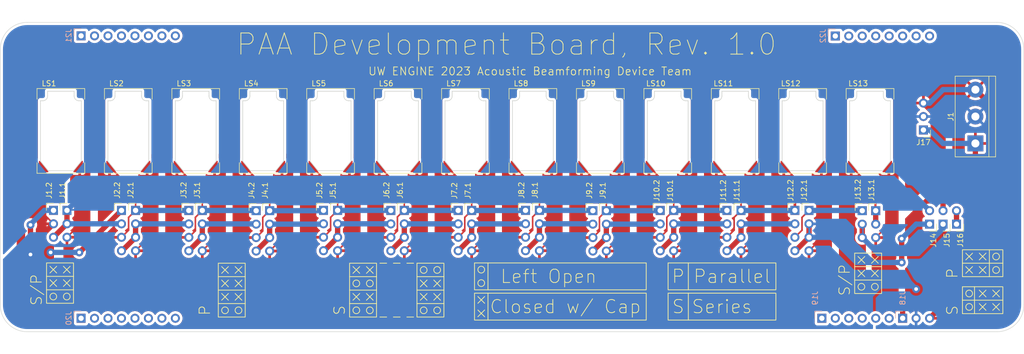
<source format=kicad_pcb>
(kicad_pcb (version 20211014) (generator pcbnew)
  (title_block (title "PAA Development Board") (date "2023-03-04") (rev "1.0") (company "Acoustic Beamforming Device Team"))
  (layers (0 "F.Cu" signal) (31 "B.Cu" signal) (34 "B.Paste" user) (35 "F.Paste" user) (36 "B.SilkS" user "B.Silkscreen") (37 "F.SilkS" user "F.Silkscreen") (38 "B.Mask" user) (39 "F.Mask" user) (44 "Edge.Cuts" user))
  (net 0 "")
  (net 1 "VinP_B1")
  (net 2 "VinN")
  (net 3 "A1_B2")
  (net 4 "E_LS1")
  (net 5 "A2_B3")
  (net 6 "E_LS2")
  (net 7 "A3_B4")
  (net 8 "E_LS3")
  (net 9 "A4_B5")
  (net 10 "E_LS4")
  (net 11 "A5_B6")
  (net 12 "E_LS5")
  (net 13 "A6_B7")
  (net 14 "E_LS6")
  (net 15 "A7_B8")
  (net 16 "E_LS7")
  (net 17 "A8_B9")
  (net 18 "E_LS8")
  (net 19 "A9_B10")
  (net 20 "E_LS9")
  (net 21 "A10_B11")
  (net 22 "E_LS10")
  (net 23 "A11_B12")
  (net 24 "E_LS11")
  (net 25 "E_LS12")
  (net 26 "A13")
  (net 27 "E_LS13")
  (net 28 "C1_D2")
  (net 29 "C2_D3")
  (net 30 "C3_D4")
  (net 31 "C4_D5")
  (net 32 "C5_D6")
  (net 33 "C6_D7")
  (net 34 "C7_D8")
  (net 35 "C8_D9")
  (net 36 "C9_D10")
  (net 37 "C10_D11")
  (net 38 "C11_D12")
  (net 39 "C12_D13")
  (net 40 "A12_B13")
  (net 41 "C13")
  (net 42 "Serial_Line")
  (net 73 "/GNDA")
  (footprint "EINGINE_Parts:PinHeader_1x03_P2.54mm_Vertical_NoCourtyard" (layer "F.Cu") (at 207.01 110.53)
    (fp_text reference "J13.1")
    (fp_text value "Conn_01x03_Male")
  )
  (footprint "EINGINE_Parts:Transducer_OWS_081528TA_2" (layer "F.Cu") (at 193.223326 95.47 90)
    (fp_text reference "LS12")
    (fp_text value "Speaker_Ultrasound")
    (fp_line (start 7.5 -2.5) (end 7.5 2.5) (layer "Edge.Cuts") (width 0.12))
    (fp_line (start 7.5 -2.5) (end 6.6 -2.5) (layer "Edge.Cuts") (width 0.12))
    (fp_line (start -5.7 -3.85) (end -7.5 -2.4) (layer "Edge.Cuts") (width 0.12))
    (fp_line (start -7.5 -2.4) (end -7.5 2.4) (layer "Edge.Cuts") (width 0.12))
    (fp_line (start -5.7 3.85) (end -7.5 2.4) (layer "Edge.Cuts") (width 0.12))
    (fp_line (start 5.7 3.85) (end -5.7 3.85) (layer "Edge.Cuts") (width 0.12))
    (fp_line (start 7.5 2.5) (end 6.6 2.5) (layer "Edge.Cuts") (width 0.12))
    (fp_line (start 5.7 -3.4) (end 5.7 -3.85) (layer "Edge.Cuts") (width 0.12))
    (fp_line (start 5.7 3.85) (end 5.7 3.4) (layer "Edge.Cuts") (width 0.12))
    (fp_line (start 5.7 -3.85) (end -5.7 -3.85) (layer "Edge.Cuts") (width 0.12))
    (fp_arc (start 5.7 3.4) (mid 5.963604 2.763604) (end 6.6 2.5) (layer "Edge.Cuts") (width 0.12))
    (fp_arc (start 6.6 -2.5) (mid 5.963604 -2.763604) (end 5.7 -3.4) (layer "Edge.Cuts") (width 0.12))
  )
  (footprint "EINGINE_Parts:PinHeader_1x04_P2.54mm_Vertical_NoCourtyard" (layer "F.Cu") (at 140.97 110.47)
    (fp_text reference "J8.2")
    (fp_text value "Conn_01x04_Male")
  )
  (footprint "EINGINE_Parts:Transducer_OWS_081528TA_2" (layer "F.Cu") (at 205.94 95.47 90)
    (fp_text reference "LS13")
    (fp_text value "Speaker_Ultrasound")
    (fp_line (start -5.7 3.85) (end -7.5 2.4) (layer "Edge.Cuts") (width 0.12))
    (fp_line (start 7.5 -2.5) (end 6.6 -2.5) (layer "Edge.Cuts") (width 0.12))
    (fp_line (start 5.7 -3.4) (end 5.7 -3.85) (layer "Edge.Cuts") (width 0.12))
    (fp_line (start 5.7 3.85) (end -5.7 3.85) (layer "Edge.Cuts") (width 0.12))
    (fp_line (start 7.5 2.5) (end 6.6 2.5) (layer "Edge.Cuts") (width 0.12))
    (fp_line (start -7.5 -2.4) (end -7.5 2.4) (layer "Edge.Cuts") (width 0.12))
    (fp_line (start 5.7 3.85) (end 5.7 3.4) (layer "Edge.Cuts") (width 0.12))
    (fp_line (start -5.7 -3.85) (end -7.5 -2.4) (layer "Edge.Cuts") (width 0.12))
    (fp_line (start 5.7 -3.85) (end -5.7 -3.85) (layer "Edge.Cuts") (width 0.12))
    (fp_line (start 7.5 -2.5) (end 7.5 2.5) (layer "Edge.Cuts") (width 0.12))
    (fp_arc (start 6.6 -2.5) (mid 5.963604 -2.763604) (end 5.7 -3.4) (layer "Edge.Cuts") (width 0.12))
    (fp_arc (start 5.7 3.4) (mid 5.963604 2.763604) (end 6.6 2.5) (layer "Edge.Cuts") (width 0.12))
  )
  (footprint "EINGINE_Parts:Transducer_OWS_081528TA_2" (layer "F.Cu") (at 180.50666 95.47 90)
    (fp_text reference "LS11")
    (fp_text value "Speaker_Ultrasound")
    (fp_line (start 5.7 -3.4) (end 5.7 -3.85) (layer "Edge.Cuts") (width 0.12))
    (fp_line (start 5.7 3.85) (end 5.7 3.4) (layer "Edge.Cuts") (width 0.12))
    (fp_line (start -5.7 -3.85) (end -7.5 -2.4) (layer "Edge.Cuts") (width 0.12))
    (fp_line (start 7.5 -2.5) (end 7.5 2.5) (layer "Edge.Cuts") (width 0.12))
    (fp_line (start 7.5 2.5) (end 6.6 2.5) (layer "Edge.Cuts") (width 0.12))
    (fp_line (start 5.7 -3.85) (end -5.7 -3.85) (layer "Edge.Cuts") (width 0.12))
    (fp_line (start -7.5 -2.4) (end -7.5 2.4) (layer "Edge.Cuts") (width 0.12))
    (fp_line (start -5.7 3.85) (end -7.5 2.4) (layer "Edge.Cuts") (width 0.12))
    (fp_line (start 7.5 -2.5) (end 6.6 -2.5) (layer "Edge.Cuts") (width 0.12))
    (fp_line (start 5.7 3.85) (end -5.7 3.85) (layer "Edge.Cuts") (width 0.12))
    (fp_arc (start 5.7 3.4) (mid 5.963604 2.763604) (end 6.6 2.5) (layer "Edge.Cuts") (width 0.12))
    (fp_arc (start 6.6 -2.5) (mid 5.963604 -2.763604) (end 5.7 -3.4) (layer "Edge.Cuts") (width 0.12))
  )
  (footprint "EINGINE_Parts:PinHeader_1x04_P2.54mm_Vertical_NoCourtyard" (layer "F.Cu") (at 102.87 110.47)
    (fp_text reference "J5.2")
    (fp_text value "Conn_01x04_Male")
  )
  (footprint "EINGINE_Parts:PinHeader_1x04_P2.54mm_Vertical_NoCourtyard" (layer "F.Cu") (at 105.53 110.47)
    (fp_text reference "J5.1")
    (fp_text value "Conn_01x04_Male")
  )
  (footprint "EINGINE_Parts:Transducer_OWS_081528TA_2" (layer "F.Cu") (at 167.789994 95.47 90)
    (fp_text reference "LS10")
    (fp_text value "Speaker_Ultrasound")
    (fp_line (start -5.7 -3.85) (end -7.5 -2.4) (layer "Edge.Cuts") (width 0.12))
    (fp_line (start 7.5 -2.5) (end 7.5 2.5) (layer "Edge.Cuts") (width 0.12))
    (fp_line (start 7.5 2.5) (end 6.6 2.5) (layer "Edge.Cuts") (width 0.12))
    (fp_line (start 5.7 -3.85) (end -5.7 -3.85) (layer "Edge.Cuts") (width 0.12))
    (fp_line (start 5.7 3.85) (end 5.7 3.4) (layer "Edge.Cuts") (width 0.12))
    (fp_line (start 5.7 3.85) (end -5.7 3.85) (layer "Edge.Cuts") (width 0.12))
    (fp_line (start -5.7 3.85) (end -7.5 2.4) (layer "Edge.Cuts") (width 0.12))
    (fp_line (start 5.7 -3.4) (end 5.7 -3.85) (layer "Edge.Cuts") (width 0.12))
    (fp_line (start 7.5 -2.5) (end 6.6 -2.5) (layer "Edge.Cuts") (width 0.12))
    (fp_line (start -7.5 -2.4) (end -7.5 2.4) (layer "Edge.Cuts") (width 0.12))
    (fp_arc (start 5.7 3.4) (mid 5.963604 2.763604) (end 6.6 2.5) (layer "Edge.Cuts") (width 0.12))
    (fp_arc (start 6.6 -2.5) (mid 5.963604 -2.763604) (end 5.7 -3.4) (layer "Edge.Cuts") (width 0.12))
  )
  (footprint "EINGINE_Parts:Transducer_OWS_081528TA_2" (layer "F.Cu") (at 78.773332 95.47 90)
    (fp_text reference "LS3")
    (fp_text value "Speaker_Ultrasound")
    (fp_line (start 7.5 2.5) (end 6.6 2.5) (layer "Edge.Cuts") (width 0.12))
    (fp_line (start -5.7 3.85) (end -7.5 2.4) (layer "Edge.Cuts") (width 0.12))
    (fp_line (start 7.5 -2.5) (end 7.5 2.5) (layer "Edge.Cuts") (width 0.12))
    (fp_line (start -7.5 -2.4) (end -7.5 2.4) (layer "Edge.Cuts") (width 0.12))
    (fp_line (start 5.7 -3.4) (end 5.7 -3.85) (layer "Edge.Cuts") (width 0.12))
    (fp_line (start 5.7 3.85) (end 5.7 3.4) (layer "Edge.Cuts") (width 0.12))
    (fp_line (start 5.7 -3.85) (end -5.7 -3.85) (layer "Edge.Cuts") (width 0.12))
    (fp_line (start -5.7 -3.85) (end -7.5 -2.4) (layer "Edge.Cuts") (width 0.12))
    (fp_line (start 7.5 -2.5) (end 6.6 -2.5) (layer "Edge.Cuts") (width 0.12))
    (fp_line (start 5.7 3.85) (end -5.7 3.85) (layer "Edge.Cuts") (width 0.12))
    (fp_arc (start 6.6 -2.5) (mid 5.963604 -2.763604) (end 5.7 -3.4) (layer "Edge.Cuts") (width 0.12))
    (fp_arc (start 5.7 3.4) (mid 5.963604 2.763604) (end 6.6 2.5) (layer "Edge.Cuts") (width 0.12))
  )
  (footprint "EINGINE_Parts:PinHeader_1x04_P2.54mm_Vertical_NoCourtyard" (layer "F.Cu") (at 118.11 110.48)
    (fp_text reference "J6.1")
    (fp_text value "Conn_01x04_Male")
  )
  (footprint "EINGINE_Parts:PinHeader_1x04_P2.54mm_Vertical_NoCourtyard" (layer "F.Cu") (at 67.43 110.48)
    (fp_text reference "J2.1")
    (fp_text value "Conn_01x04_Male")
  )
  (footprint "EINGINE_Parts:Transducer_OWS_081528TA_2" (layer "F.Cu") (at 91.489998 95.47 90)
    (fp_text reference "LS4")
    (fp_text value "Speaker_Ultrasound")
    (fp_line (start -7.5 -2.4) (end -7.5 2.4) (layer "Edge.Cuts") (width 0.12))
    (fp_line (start 5.7 3.85) (end 5.7 3.4) (layer "Edge.Cuts") (width 0.12))
    (fp_line (start 5.7 -3.85) (end -5.7 -3.85) (layer "Edge.Cuts") (width 0.12))
    (fp_line (start -5.7 3.85) (end -7.5 2.4) (layer "Edge.Cuts") (width 0.12))
    (fp_line (start 7.5 -2.5) (end 6.6 -2.5) (layer "Edge.Cuts") (width 0.12))
    (fp_line (start 5.7 3.85) (end -5.7 3.85) (layer "Edge.Cuts") (width 0.12))
    (fp_line (start 7.5 -2.5) (end 7.5 2.5) (layer "Edge.Cuts") (width 0.12))
    (fp_line (start 7.5 2.5) (end 6.6 2.5) (layer "Edge.Cuts") (width 0.12))
    (fp_line (start 5.7 -3.4) (end 5.7 -3.85) (layer "Edge.Cuts") (width 0.12))
    (fp_line (start -5.7 -3.85) (end -7.5 -2.4) (layer "Edge.Cuts") (width 0.12))
    (fp_arc (start 5.7 3.4) (mid 5.963604 2.763604) (end 6.6 2.5) (layer "Edge.Cuts") (width 0.12))
    (fp_arc (start 6.6 -2.5) (mid 5.963604 -2.763604) (end 5.7 -3.4) (layer "Edge.Cuts") (width 0.12))
  )
  (footprint "EINGINE_Parts:PinHeader_1x04_P2.54mm_Vertical_NoCourtyard" (layer "F.Cu") (at 178.95 110.48)
    (fp_text reference "J11.2")
    (fp_text value "Conn_01x04_Male")
  )
  (footprint "EINGINE_Parts:PinHeader_1x04_P2.54mm_Vertical_NoCourtyard" (layer "F.Cu") (at 168.91 110.48)
    (fp_text reference "J10.1")
    (fp_text value "Conn_01x04_Male")
  )
  (footprint "EINGINE_Parts:PinHeader_1x04_P2.54mm_Vertical_NoCourtyard" (layer "F.Cu") (at 156.21 110.53)
    (fp_text reference "J9.1")
    (fp_text value "Conn_01x04_Male")
  )
  (footprint "EINGINE_Parts:PinHeader_1x03_P2.54mm_Vertical_NoCourtyard" (layer "F.Cu") (at 51.95 110.47)
    (fp_text reference "J1.2")
    (fp_text value "Conn_01x03_Male")
  )
  (footprint "EINGINE_Parts:Transducer_OWS_081528TA_2" (layer "F.Cu") (at 53.34 95.47 90)
    (fp_text reference "LS1")
    (fp_text value "Speaker_Ultrasound")
    (fp_line (start -5.7 -3.85) (end -7.5 -2.4) (layer "Edge.Cuts") (width 0.12))
    (fp_line (start 5.7 3.85) (end -5.7 3.85) (layer "Edge.Cuts") (width 0.12))
    (fp_line (start -5.7 3.85) (end -7.5 2.4) (layer "Edge.Cuts") (width 0.12))
    (fp_line (start 5.7 -3.4) (end 5.7 -3.85) (layer "Edge.Cuts") (width 0.12))
    (fp_line (start 7.5 2.5) (end 6.6 2.5) (layer "Edge.Cuts") (width 0.12))
    (fp_line (start -7.5 -2.4) (end -7.5 2.4) (layer "Edge.Cuts") (width 0.12))
    (fp_line (start 5.7 3.85) (end 5.7 3.4) (layer "Edge.Cuts") (width 0.12))
    (fp_line (start 7.5 -2.5) (end 7.5 2.5) (layer "Edge.Cuts") (width 0.12))
    (fp_line (start 5.7 -3.85) (end -5.7 -3.85) (layer "Edge.Cuts") (width 0.12))
    (fp_line (start 7.5 -2.5) (end 6.6 -2.5) (layer "Edge.Cuts") (width 0.12))
    (fp_arc (start 5.7 3.4) (mid 5.963604 2.763604) (end 6.6 2.5) (layer "Edge.Cuts") (width 0.12))
    (fp_arc (start 6.6 -2.5) (mid 5.963604 -2.763604) (end 5.7 -3.4) (layer "Edge.Cuts") (width 0.12))
  )
  (footprint "EINGINE_Parts:PinHeader_1x04_P2.54mm_Vertical_NoCourtyard" (layer "F.Cu") (at 77.47 110.49)
    (fp_text reference "J3.2")
    (fp_text value "Conn_01x04_Male")
  )
  (footprint "EINGINE_Parts:Transducer_OWS_081528TA_2" (layer "F.Cu") (at 142.356662 95.47 90)
    (fp_text reference "LS8")
    (fp_text value "Speaker_Ultrasound")
    (fp_line (start -5.7 3.85) (end -7.5 2.4) (layer "Edge.Cuts") (width 0.12))
    (fp_line (start 5.7 3.85) (end -5.7 3.85) (layer "Edge.Cuts") (width 0.12))
    (fp_line (start 7.5 -2.5) (end 7.5 2.5) (layer "Edge.Cuts") (width 0.12))
    (fp_line (start 7.5 -2.5) (end 6.6 -2.5) (layer "Edge.Cuts") (width 0.12))
    (fp_line (start 5.7 3.85) (end 5.7 3.4) (layer "Edge.Cuts") (width 0.12))
    (fp_line (start -5.7 -3.85) (end -7.5 -2.4) (layer "Edge.Cuts") (width 0.12))
    (fp_line (start -7.5 -2.4) (end -7.5 2.4) (layer "Edge.Cuts") (width 0.12))
    (fp_line (start 5.7 -3.4) (end 5.7 -3.85) (layer "Edge.Cuts") (width 0.12))
    (fp_line (start 7.5 2.5) (end 6.6 2.5) (layer "Edge.Cuts") (width 0.12))
    (fp_line (start 5.7 -3.85) (end -5.7 -3.85) (layer "Edge.Cuts") (width 0.12))
    (fp_arc (start 5.7 3.4) (mid 5.963604 2.763604) (end 6.6 2.5) (layer "Edge.Cuts") (width 0.12))
    (fp_arc (start 6.6 -2.5) (mid 5.963604 -2.763604) (end 5.7 -3.4) (layer "Edge.Cuts") (width 0.12))
  )
  (footprint "EINGINE_Parts:PinHeader_1x02_P2.54mm_Vertical_NoCourtyard" (layer "F.Cu") (at 219.71 113.07 180)
    (fp_text reference "J15")
    (fp_text value "Conn_01x02_Male")
  )
  (footprint "EINGINE_Parts:PinHeader_1x04_P2.54mm_Vertical_NoCourtyard" (layer "F.Cu") (at 115.57 110.49)
    (fp_text reference "J6.2")
    (fp_text value "Conn_01x04_Male")
  )
  (footprint "EINGINE_Parts:PinHeader_1x03_P2.54mm_Vertical_NoCourtyard" (layer "F.Cu") (at 54.49 110.47)
    (fp_text reference "J1.1")
    (fp_text value "Conn_01x03_Male")
  )
  (footprint "EINGINE_Parts:PinHeader_1x04_P2.54mm_Vertical_NoCourtyard" (layer "F.Cu") (at 153.67 110.53)
    (fp_text reference "J9.2")
    (fp_text value "Conn_01x04_Male")
  )
  (footprint "EINGINE_Parts:PinHeader_1x04_P2.54mm_Vertical_NoCourtyard" (layer "F.Cu") (at 130.81 110.49)
    (fp_text reference "J7.1")
    (fp_text value "Conn_01x04_Male")
  )
  (footprint "EINGINE_Parts:PinHeader_1x04_P2.54mm_Vertical_NoCourtyard" (layer "F.Cu") (at 92.71 110.53)
    (fp_text reference "J4.1")
    (fp_text value "Conn_01x04_Male")
  )
  (footprint "EINGINE_Parts:PinHeader_1x04_P2.54mm_Vertical_NoCourtyard" (layer "F.Cu") (at 90.17 110.53)
    (fp_text reference "J4.2")
    (fp_text value "Conn_01x04_Male")
  )
  (footprint "EINGINE_Parts:PinHeader_1x04_P2.54mm_Vertical_NoCourtyard" (layer "F.Cu") (at 181.61 110.49)
    (fp_text reference "J11.1")
    (fp_text value "Conn_01x04_Male")
  )
  (footprint "EINGINE_Parts:PinHeader_1x04_P2.54mm_Vertical_NoCourtyard" (layer "F.Cu") (at 194.43 110.48)
    (fp_text reference "J12.1")
    (fp_text value "Conn_01x04_Male")
  )
  (footprint "EINGINE_Parts:PinHeader_1x04_P2.54mm_Vertical_NoCourtyard" (layer "F.Cu") (at 80.01 110.49)
    (fp_text reference "J3.1")
    (fp_text value "Conn_01x04_Male")
  )
  (footprint "EINGINE_Parts:Transducer_OWS_081528TA_2" (layer "F.Cu") (at 116.92333 95.47 90)
    (fp_text reference "LS6")
    (fp_text value "Speaker_Ultrasound")
    (fp_line (start -7.5 -2.4) (end -7.5 2.4) (layer "Edge.Cuts") (width 0.12))
    (fp_line (start 5.7 3.85) (end -5.7 3.85) (layer "Edge.Cuts") (width 0.12))
    (fp_line (start -5.7 3.85) (end -7.5 2.4) (layer "Edge.Cuts") (width 0.12))
    (fp_line (start 5.7 3.85) (end 5.7 3.4) (layer "Edge.Cuts") (width 0.12))
    (fp_line (start 7.5 -2.5) (end 7.5 2.5) (layer "Edge.Cuts") (width 0.12))
    (fp_line (start 5.7 -3.85) (end -5.7 -3.85) (layer "Edge.Cuts") (width 0.12))
    (fp_line (start 7.5 -2.5) (end 6.6 -2.5) (layer "Edge.Cuts") (width 0.12))
    (fp_line (start 7.5 2.5) (end 6.6 2.5) (layer "Edge.Cuts") (width 0.12))
    (fp_line (start -5.7 -3.85) (end -7.5 -2.4) (layer "Edge.Cuts") (width 0.12))
    (fp_line (start 5.7 -3.4) (end 5.7 -3.85) (layer "Edge.Cuts") (width 0.12))
    (fp_arc (start 6.6 -2.5) (mid 5.963604 -2.763604) (end 5.7 -3.4) (layer "Edge.Cuts") (width 0.12))
    (fp_arc (start 5.7 3.4) (mid 5.963604 2.763604) (end 6.6 2.5) (layer "Edge.Cuts") (width 0.12))
  )
  (footprint "EINGINE_Parts:Transducer_OWS_081528TA_2" (layer "F.Cu") (at 66.056666 95.47 90)
    (fp_text reference "LS2")
    (fp_text value "Speaker_Ultrasound")
    (fp_line (start 5.7 -3.4) (end 5.7 -3.85) (layer "Edge.Cuts") (width 0.12))
    (fp_line (start 5.7 3.85) (end 5.7 3.4) (layer "Edge.Cuts") (width 0.12))
    (fp_line (start 7.5 -2.5) (end 6.6 -2.5) (layer "Edge.Cuts") (width 0.12))
    (fp_line (start 7.5 2.5) (end 6.6 2.5) (layer "Edge.Cuts") (width 0.12))
    (fp_line (start 5.7 3.85) (end -5.7 3.85) (layer "Edge.Cuts") (width 0.12))
    (fp_line (start -5.7 3.85) (end -7.5 2.4) (layer "Edge.Cuts") (width 0.12))
    (fp_line (start -5.7 -3.85) (end -7.5 -2.4) (layer "Edge.Cuts") (width 0.12))
    (fp_line (start 7.5 -2.5) (end 7.5 2.5) (layer "Edge.Cuts") (width 0.12))
    (fp_line (start 5.7 -3.85) (end -5.7 -3.85) (layer "Edge.Cuts") (width 0.12))
    (fp_line (start -7.5 -2.4) (end -7.5 2.4) (layer "Edge.Cuts") (width 0.12))
    (fp_arc (start 5.7 3.4) (mid 5.963604 2.763604) (end 6.6 2.5) (layer "Edge.Cuts") (width 0.12))
    (fp_arc (start 6.6 -2.5) (mid 5.963604 -2.763604) (end 5.7 -3.4) (layer "Edge.Cuts") (width 0.12))
  )
  (footprint "EINGINE_Parts:PinHeader_1x04_P2.54mm_Vertical_NoCourtyard" (layer "F.Cu") (at 64.77 110.48)
    (fp_text reference "J2.2")
    (fp_text value "Conn_01x04_Male")
  )
  (footprint "EINGINE_Parts:PinHeader_1x04_P2.54mm_Vertical_NoCourtyard" (layer "F.Cu") (at 191.77 110.48)
    (fp_text reference "J12.2")
    (fp_text value "Conn_01x04_Male")
  )
  (footprint "EINGINE_Parts:Transducer_OWS_081528TA_2" (layer "F.Cu") (at 104.206664 95.47 90)
    (fp_text reference "LS5")
    (fp_text value "Speaker_Ultrasound")
    (fp_line (start 5.7 -3.85) (end -5.7 -3.85) (layer "Edge.Cuts") (width 0.12))
    (fp_line (start -5.7 -3.85) (end -7.5 -2.4) (layer "Edge.Cuts") (width 0.12))
    (fp_line (start 7.5 2.5) (end 6.6 2.5) (layer "Edge.Cuts") (width 0.12))
    (fp_line (start -5.7 3.85) (end -7.5 2.4) (layer "Edge.Cuts") (width 0.12))
    (fp_line (start 7.5 -2.5) (end 7.5 2.5) (layer "Edge.Cuts") (width 0.12))
    (fp_line (start 5.7 3.85) (end 5.7 3.4) (layer "Edge.Cuts") (width 0.12))
    (fp_line (start 5.7 -3.4) (end 5.7 -3.85) (layer "Edge.Cuts") (width 0.12))
    (fp_line (start 7.5 -2.5) (end 6.6 -2.5) (layer "Edge.Cuts") (width 0.12))
    (fp_line (start 5.7 3.85) (end -5.7 3.85) (layer "Edge.Cuts") (width 0.12))
    (fp_line (start -7.5 -2.4) (end -7.5 2.4) (layer "Edge.Cuts") (width 0.12))
    (fp_arc (start 6.6 -2.5) (mid 5.963604 -2.763604) (end 5.7 -3.4) (layer "Edge.Cuts") (width 0.12))
    (fp_arc (start 5.7 3.4) (mid 5.963604 2.763604) (end 6.6 2.5) (layer "Edge.Cuts") (width 0.12))
  )
  (footprint "EINGINE_Parts:PinHeader_1x02_P2.54mm_Vertical_NoCourtyard" (layer "F.Cu") (at 222.25 113.07 180)
    (fp_text reference "J16")
    (fp_text value "Conn_01x02_Male")
  )
  (footprint "EINGINE_Parts:PinHeader_1x04_P2.54mm_Vertical_NoCourtyard" (layer "F.Cu") (at 143.59 110.47)
    (fp_text reference "J8.1")
    (fp_text value "Conn_01x04_Male")
  )
  (footprint "EINGINE_Parts:Transducer_OWS_081528TA_2" (layer "F.Cu") (at 155.073328 95.47 90)
    (fp_text reference "LS9")
    (fp_text value "Speaker_Ultrasound")
    (fp_line (start 7.5 -2.5) (end 6.6 -2.5) (layer "Edge.Cuts") (width 0.12))
    (fp_line (start 5.7 -3.4) (end 5.7 -3.85) (layer "Edge.Cuts") (width 0.12))
    (fp_line (start 7.5 2.5) (end 6.6 2.5) (layer "Edge.Cuts") (width 0.12))
    (fp_line (start -5.7 -3.85) (end -7.5 -2.4) (layer "Edge.Cuts") (width 0.12))
    (fp_line (start 5.7 3.85) (end 5.7 3.4) (layer "Edge.Cuts") (width 0.12))
    (fp_line (start 5.7 -3.85) (end -5.7 -3.85) (layer "Edge.Cuts") (width 0.12))
    (fp_line (start 7.5 -2.5) (end 7.5 2.5) (layer "Edge.Cuts") (width 0.12))
    (fp_line (start 5.7 3.85) (end -5.7 3.85) (layer "Edge.Cuts") (width 0.12))
    (fp_line (start -7.5 -2.4) (end -7.5 2.4) (layer "Edge.Cuts") (width 0.12))
    (fp_line (start -5.7 3.85) (end -7.5 2.4) (layer "Edge.Cuts") (width 0.12))
    (fp_arc (start 6.6 -2.5) (mid 5.963604 -2.763604) (end 5.7 -3.4) (layer "Edge.Cuts") (width 0.12))
    (fp_arc (start 5.7 3.4) (mid 5.963604 2.763604) (end 6.6 2.5) (layer "Edge.Cuts") (width 0.12))
  )
  (footprint "EINGINE_Parts:PinHeader_1x03_P2.54mm_Vertical_NoCourtyard" (layer "F.Cu") (at 216.01 95.29 180)
    (fp_text reference "J17")
    (fp_text value "Conn_01x03_Male")
  )
  (footprint "EINGINE_Parts:Transducer_OWS_081528TA_2" (layer "F.Cu") (at 129.639996 95.47 90)
    (fp_text reference "LS7")
    (fp_text value "Speaker_Ultrasound")
    (fp_line (start -7.5 -2.4) (end -7.5 2.4) (layer "Edge.Cuts") (width 0.12))
    (fp_line (start 7.5 -2.5) (end 7.5 2.5) (layer "Edge.Cuts") (width 0.12))
    (fp_line (start 5.7 -3.4) (end 5.7 -3.85) (layer "Edge.Cuts") (width 0.12))
    (fp_line (start -5.7 -3.85) (end -7.5 -2.4) (layer "Edge.Cuts") (width 0.12))
    (fp_line (start 7.5 -2.5) (end 6.6 -2.5) (layer "Edge.Cuts") (width 0.12))
    (fp_line (start 5.7 3.85) (end 5.7 3.4) (layer "Edge.Cuts") (width 0.12))
    (fp_line (start -5.7 3.85) (end -7.5 2.4) (layer "Edge.Cuts") (width 0.12))
    (fp_line (start 5.7 3.85) (end -5.7 3.85) (layer "Edge.Cuts") (width 0.12))
    (fp_line (start 7.5 2.5) (end 6.6 2.5) (layer "Edge.Cuts") (width 0.12))
    (fp_line (start 5.7 -3.85) (end -5.7 -3.85) (layer "Edge.Cuts") (width 0.12))
    (fp_arc (start 5.7 3.4) (mid 5.963604 2.763604) (end 6.6 2.5) (layer "Edge.Cuts") (width 0.12))
    (fp_arc (start 6.6 -2.5) (mid 5.963604 -2.763604) (end 5.7 -3.4) (layer "Edge.Cuts") (width 0.12))
  )
  (footprint "EINGINE_Parts:PinHeader_1x03_P2.54mm_Vertical_NoCourtyard" (layer "F.Cu") (at 204.47 110.53)
    (fp_text reference "J13.2")
    (fp_text value "Conn_01x03_Male")
  )
  (footprint "TerminalBlock:TerminalBlock_bornier-3_P5.08mm" (layer "F.Cu") (at 225.81 97.83 90)
    (fp_text reference "J1")
    (fp_text value "Screw_Terminal_01x03")
  )
  (footprint "EINGINE_Parts:PinHeader_1x02_P2.54mm_Vertical_NoCourtyard" (layer "F.Cu") (at 217.17 113.07 180)
    (fp_text reference "J14")
    (fp_text value "Conn_01x02_Male")
  )
  (footprint "EINGINE_Parts:PinHeader_1x04_P2.54mm_Vertical_NoCourtyard" (layer "F.Cu") (at 166.37 110.49)
    (fp_text reference "J10.2")
    (fp_text value "Conn_01x04_Male")
  )
  (footprint "EINGINE_Parts:PinHeader_1x04_P2.54mm_Vertical_NoCourtyard" (layer "F.Cu") (at 128.27 110.48)
    (fp_text reference "J7.2")
    (fp_text value "Conn_01x04_Male")
  )
  (footprint "EINGINE_Parts:PinHeader_1x08_P2.54mm_Vertical_NoCourtyard" (layer "B.Cu") (at 199.39 77.545 -90)
    (fp_text reference "J22")
    (fp_text value "Conn_01x08_Male")
  )
  (footprint "EINGINE_Parts:PinHeader_1x08_P2.54mm_Vertical_NoCourtyard" (layer "B.Cu") (at 57.15 77.51 -90)
    (fp_text reference "J21")
    (fp_text value "Conn_01x08_Male")
  )
  (footprint "EINGINE_Parts:PinHeader_1x08_P2.54mm_Vertical_NoCourtyard" (layer "B.Cu") (at 57.15 130.85 -90)
    (fp_text reference "J20")
    (fp_text value "Conn_01x08_Male")
  )
  (footprint "EINGINE_Parts:PinHeader_1x03_P2.54mm_Vertical_NoCourtyard" (layer "B.Cu") (at 212.09 130.85 -90)
    (fp_text reference "J18")
    (fp_text value "Conn_01x03_Male")
  )
  (footprint "EINGINE_Parts:PinHeader_1x06_P2.54mm_Vertical_NoCourtyard" (layer "B.Cu") (at 196.85 130.85 -90)
    (fp_text reference "J19")
    (fp_text value "Conn_01x06_Male")
  )
  (gr_line (start 110.968 127.441) (end 112.238 126.171) (layer "F.SilkS") (width 0.15))
  (gr_circle (center 124.303 121.726) (end 124.303 122.361) (layer "F.SilkS") (width 0.15) (fill none))
  (gr_circle (center 121.763 121.726) (end 121.763 122.361) (layer "F.SilkS") (width 0.15) (fill none))
  (gr_line (start 122.398 124.901) (end 121.128 123.631) (layer "F.SilkS") (width 0.15))
  (gr_line (start 51.278 124.841338) (end 52.548 123.571338) (layer "F.SilkS") (width 0.15))
  (gr_line (start 226.538 129.346) (end 227.808 128.076) (layer "F.SilkS") (width 0.15))
  (gr_line (start 87.473 122.361) (end 86.203 121.091) (layer "F.SilkS") (width 0.15))
  (gr_rect (start 107.793 130.616) (end 112.873 120.456) (layer "F.SilkS") (width 0.15) (fill none))
  (gr_line (start 226.538 126.806) (end 227.808 125.536) (layer "F.SilkS") (width 0.15))
  (gr_line (start 112.238 127.441) (end 110.968 126.171) (layer "F.SilkS") (width 0.15))
  (gr_line (start 55.088 122.301338) (end 53.818 121.031338) (layer "F.SilkS") (width 0.15))
  (gr_line (start 53.818 122.301338) (end 55.088 121.031338) (layer "F.SilkS") (width 0.15))
  (gr_line (start 133.888162 126.111338) (end 133.888162 131.191338) (layer "F.SilkS") (width 0.15))
  (gr_rect (start 167.860662 120.396338) (end 188.180662 125.476338) (layer "F.SilkS") (width 0.15) (fill none))
  (gr_line (start 123.668 127.441) (end 124.938 126.171) (layer "F.SilkS") (width 0.15))
  (gr_line (start 52.548 122.301338) (end 51.278 121.031338) (layer "F.SilkS") (width 0.15))
  (gr_line (start 118.588 120.456) (end 119.858 120.456) (layer "F.SilkS") (width 0.15))
  (gr_line (start 226.538 128.076) (end 227.808 129.346) (layer "F.SilkS") (width 0.15))
  (gr_line (start 171.670662 126.111338) (end 171.670662 131.191338) (layer "F.SilkS") (width 0.15))
  (gr_line (start 225.268 121.091) (end 223.998 122.361) (layer "F.SilkS") (width 0.15))
  (gr_line (start 120.493 122.996) (end 125.573 122.996) (layer "F.SilkS") (width 0.15))
  (gr_line (start 124.938 127.441) (end 123.668 126.171) (layer "F.SilkS") (width 0.15))
  (gr_line (start 84.933 124.901) (end 83.663 123.631) (layer "F.SilkS") (width 0.15))
  (gr_circle (center 204.313 124.901) (end 204.313 125.536) (layer "F.SilkS") (width 0.15) (fill none))
  (gr_line (start 207.488 122.996) (end 206.218 121.726) (layer "F.SilkS") (width 0.15))
  (gr_circle (center 109.063 124.266) (end 109.063 124.901) (layer "F.SilkS") (width 0.15) (fill none))
  (gr_line (start 228.443 122.996) (end 228.443 117.916) (layer "F.SilkS") (width 0.15))
  (gr_circle (center 121.763 129.346) (end 121.763 129.981) (layer "F.SilkS") (width 0.15) (fill none))
  (gr_line (start 51.278 122.301338) (end 52.548 121.031338) (layer "F.SilkS") (width 0.15))
  (gr_circle (center 54.453 126.746338) (end 54.453 127.381338) (layer "F.SilkS") (width 0.15) (fill none))
  (gr_line (start 116.048 130.616) (end 117.318 130.616) (layer "F.SilkS") (width 0.15))
  (gr_line (start 50.643 122.936338) (end 55.723 122.936338) (layer "F.SilkS") (width 0.15))
  (gr_circle (center 111.603 129.346) (end 111.603 129.981) (layer "F.SilkS") (width 0.15) (fill none))
  (gr_circle (center 111.603 124.266) (end 111.603 124.901) (layer "F.SilkS") (width 0.15) (fill none))
  (gr_line (start 83.028 122.996) (end 88.108 122.996) (layer "F.SilkS") (width 0.15))
  (gr_line (start 124.938 124.901) (end 123.668 123.631) (layer "F.SilkS") (width 0.15))
  (gr_line (start 227.808 118.551) (end 226.538 119.821) (layer "F.SilkS") (width 0.15))
  (gr_line (start 225.268 122.361) (end 223.998 121.091) (layer "F.SilkS") (width 0.15))
  (gr_rect (start 131.348162 126.111338) (end 163.733162 131.191338) (layer "F.SilkS") (width 0.15) (fill none))
  (gr_line (start 227.808 119.821) (end 226.538 118.551) (layer "F.SilkS") (width 0.15))
  (gr_line (start 133.253162 128.016338) (end 131.983162 126.746338) (layer "F.SilkS") (width 0.15))
  (gr_line (start 83.663 122.361) (end 84.933 121.091) (layer "F.SilkS") (width 0.15))
  (gr_line (start 203.043 121.091) (end 208.123 121.091) (layer "F.SilkS") (width 0.15))
  (gr_line (start 133.253162 126.746338) (end 131.983162 128.016338) (layer "F.SilkS") (width 0.15))
  (gr_line (start 87.473 124.901) (end 86.203 123.631) (layer "F.SilkS") (width 0.15))
  (gr_line (start 110.968 122.361) (end 112.238 121.091) (layer "F.SilkS") (width 0.15))
  (gr_line (start 109.698 127.441) (end 108.428 126.171) (layer "F.SilkS") (width 0.15))
  (gr_circle (center 132.618162 124.206338) (end 133.253162 124.206338) (layer "F.SilkS") (width 0.15) (fill none))
  (gr_circle (center 224.633 128.711) (end 223.998 128.711) (layer "F.SilkS") (width 0.15) (fill none))
  (gr_rect (start 131.348162 120.396338) (end 163.733162 125.476338) (layer "F.SilkS") (width 0.15) (fill none))
  (gr_line (start 55.088 124.841338) (end 53.818 123.571338) (layer "F.SilkS") (width 0.15))
  (gr_line (start 229.078 126.806) (end 230.348 125.536) (layer "F.SilkS") (width 0.15))
  (gr_line (start 227.808 121.091) (end 226.538 122.361) (layer "F.SilkS") (width 0.15))
  (gr_line (start 107.793 125.536) (end 112.873 125.536) (layer "F.SilkS") (width 0.15))
  (gr_line (start 226.538 125.536) (end 227.808 126.806) (layer "F.SilkS") (width 0.15))
  (gr_line (start 171.670662 120.396338) (end 171.670662 125.476338) (layer "F.SilkS") (width 0.15))
  (gr_line (start 133.888162 120.396338) (end 133.888162 125.476338) (layer "F.SilkS") (width 0.15))
  (gr_circle (center 229.713 121.726) (end 230.348 121.726) (layer "F.SilkS") (width 0.15) (fill none))
  (gr_line (start 86.203 124.901) (end 87.473 123.631) (layer "F.SilkS") (width 0.15))
  (gr_line (start 121.128 124.901) (end 122.398 123.631) (layer "F.SilkS") (width 0.15))
  (gr_line (start 203.043 123.631) (end 208.123 123.631) (layer "F.SilkS") (width 0.15))
  (gr_line (start 225.645662 124.901) (end 225.645662 129.981) (layer "F.SilkS") (width 0.15))
  (gr_line (start 107.793 128.076) (end 112.873 128.076) (layer "F.SilkS") (width 0.15))
  (gr_line (start 116.048 120.456) (end 117.318 120.456) (layer "F.SilkS") (width 0.15))
  (gr_rect (start 120.493 130.616) (end 125.573 120.456) (layer "F.SilkS") (width 0.15) (fill none))
  (gr_line (start 108.428 127.441) (end 109.698 126.171) (layer "F.SilkS") (width 0.15))
  (gr_circle (center 124.303 129.346) (end 124.303 129.981) (layer "F.SilkS") (width 0.15) (fill none))
  (gr_line (start 120.493 125.536) (end 125.573 125.536) (layer "F.SilkS") (width 0.15))
  (gr_line (start 109.698 122.361) (end 108.428 121.091) (layer "F.SilkS") (width 0.15))
  (gr_line (start 225.268 119.821) (end 223.998 118.551) (layer "F.SilkS") (width 0.15))
  (gr_rect (start 230.983 122.996) (end 223.363 117.916) (layer "F.SilkS") (width 0.15) (fill none))
  (gr_rect (start 167.860662 126.111338) (end 188.180662 131.191338) (layer "F.SilkS") (width 0.15) (fill none))
  (gr_line (start 86.203 127.441) (end 87.473 126.171) (layer "F.SilkS") (width 0.15))
  (gr_circle (center 206.853 124.901) (end 206.853 125.536) (layer "F.SilkS") (width 0.15) (fill none))
  (gr_rect (start 50.643 128.016338) (end 55.723 120.396338) (layer "F.SilkS") (width 0.15) (fill none))
  (gr_line (start 123.668 124.901) (end 124.938 123.631) (layer "F.SilkS") (width 0.15))
  (gr_rect (start 203.043 126.171) (end 208.123 118.551) (layer "F.SilkS") (width 0.15) (fill none))
  (gr_circle (center 109.063 129.346) (end 109.063 129.981) (layer "F.SilkS") (width 0.15) (fill none))
  (gr_line (start 113.508 120.456) (end 114.778 120.456) (layer "F.SilkS") (width 0.15))
  (gr_line (start 227.808 122.361) (end 226.538 121.091) (layer "F.SilkS") (width 0.15))
  (gr_line (start 204.948 122.996) (end 203.678 121.726) (layer "F.SilkS") (width 0.15))
  (gr_line (start 122.398 127.441) (end 121.128 126.171) (layer "F.SilkS") (width 0.15))
  (gr_line (start 133.253162 130.556338) (end 131.983162 129.286338) (layer "F.SilkS") (width 0.15))
  (gr_line (start 83.028 125.536) (end 88.108 125.536) (layer "F.SilkS") (width 0.15))
  (gr_line (start 118.588 130.616) (end 119.858 130.616) (layer "F.SilkS") (width 0.15))
  (gr_line (start 83.663 127.441) (end 84.933 126.171) (layer "F.SilkS") (width 0.15))
  (gr_line (start 53.818 124.841338) (end 55.088 123.571338) (layer "F.SilkS") (width 0.15))
  (gr_line (start 83.028 128.076) (end 88.108 128.076) (layer "F.SilkS") (width 0.15))
  (gr_line (start 229.078 129.346) (end 230.348 128.076) (layer "F.SilkS") (width 0.15))
  (gr_line (start 203.678 122.996) (end 204.948 121.726) (layer "F.SilkS") (width 0.15))
  (gr_line (start 225.268 118.551) (end 223.998 119.821) (layer "F.SilkS") (width 0.15))
  (gr_line (start 113.508 130.616) (end 114.778 130.616) (layer "F.SilkS") (width 0.15))
  (gr_rect (start 223.363 124.901) (end 230.983 129.981) (layer "F.SilkS") (width 0.15) (fill none))
  (gr_line (start 52.548 124.841338) (end 51.278 123.571338) (layer "F.SilkS") (width 0.15))
  (gr_line (start 229.078 125.536) (end 230.348 126.806) (layer "F.SilkS") (width 0.15))
  (gr_line (start 83.663 124.901) (end 84.933 123.631) (layer "F.SilkS") (width 0.15))
  (gr_line (start 204.948 120.456) (end 203.678 119.186) (layer "F.SilkS") (width 0.15))
  (gr_line (start 87.473 127.441) (end 86.203 126.171) (layer "F.SilkS") (width 0.15))
  (gr_line (start 50.643 125.476338) (end 55.723 125.476338) (layer "F.SilkS") (width 0.15))
  (gr_line (start 206.218 122.996) (end 207.488 121.726) (layer "F.SilkS") (width 0.15))
  (gr_line (start 229.078 128.076) (end 230.348 129.346) (layer "F.SilkS") (width 0.15))
  (gr_line (start 120.493 128.076) (end 125.573 128.076) (layer "F.SilkS") (width 0.15))
  (gr_line (start 84.933 127.441) (end 83.663 126.171) (layer "F.SilkS") (width 0.15))
  (gr_circle (center 224.633 126.171) (end 223.998 126.171) (layer "F.SilkS") (width 0.15) (fill none))
  (gr_line (start 121.128 127.441) (end 122.398 126.171) (layer "F.SilkS") (width 0.15))
  (gr_circle (center 86.838 129.346) (end 86.838 129.981) (layer "F.SilkS") (width 0.15) (fill none))
  (gr_line (start 133.253162 129.286338) (end 131.983162 130.556338) (layer "F.SilkS") (width 0.15))
  (gr_circle (center 132.618162 121.666338) (end 133.253162 121.666338) (layer "F.SilkS") (width 0.15) (fill none))
  (gr_line (start 206.218 120.456) (end 207.488 119.186) (layer "F.SilkS") (width 0.15))
  (gr_circle (center 84.298 129.346) (end 84.298 129.981) (layer "F.SilkS") (width 0.15) (fill none))
  (gr_circle (center 229.713 119.186) (end 230.348 119.186) (layer "F.SilkS") (width 0.15) (fill none))
  (gr_line (start 112.238 122.361) (end 110.968 121.091) (layer "F.SilkS") (width 0.15))
  (gr_line (start 84.933 122.361) (end 83.663 121.091) (layer "F.SilkS") (width 0.15))
  (gr_line (start 108.428 122.361) (end 109.698 121.091) (layer "F.SilkS") (width 0.15))
  (gr_line (start 223.363 127.441) (end 230.983 127.441) (layer "F.SilkS") (width 0.15))
  (gr_line (start 203.678 120.456) (end 204.948 119.186) (layer "F.SilkS") (width 0.15))
  (gr_rect (start 83.028 130.616) (end 88.108 120.456) (layer "F.SilkS") (width 0.15) (fill none))
  (gr_line (start 107.793 122.996) (end 112.873 122.996) (layer "F.SilkS") (width 0.15))
  (gr_line (start 207.488 120.456) (end 206.218 119.186) (layer "F.SilkS") (width 0.15))
  (gr_line (start 86.203 122.361) (end 87.473 121.091) (layer "F.SilkS") (width 0.15))
  (gr_circle (center 51.913 126.746338) (end 51.913 127.381338) (layer "F.SilkS") (width 0.15) (fill none))
  (gr_line (start 223.363 120.456) (end 230.983 120.456) (layer "F.SilkS") (width 0.15))
  (gr_arc (start 234.95 128.31) (mid 233.462118 131.90214) (end 229.87 133.39) (layer "Edge.Cuts") (width 0.1))
  (gr_arc (start 46.99 133.39) (mid 43.397886 131.902114) (end 41.91 128.31) (layer "Edge.Cuts") (width 0.1))
  (gr_arc (start 229.87 74.97) (mid 233.462091 76.457909) (end 234.95 80.05) (layer "Edge.Cuts") (width 0.1))
  (gr_line (start 41.91 128.31) (end 41.91 80.05) (layer "Edge.Cuts") (width 0.1))
  (gr_line (start 234.95 128.31) (end 234.95 80.05) (layer "Edge.Cuts") (width 0.1))
  (gr_line (start 46.99 74.97) (end 229.87 74.97) (layer "Edge.Cuts") (width 0.1))
  (gr_arc (start 41.91 80.05) (mid 43.397913 76.457936) (end 46.99 74.97) (layer "Edge.Cuts") (width 0.1))
  (gr_line (start 229.87 133.39) (end 46.99 133.39) (layer "Edge.Cuts") (width 0.1))
  (gr_text "P\n" (at 80.488 129.346 90) (layer "F.SilkS") (effects (font (size 2 2))))
  (gr_text "Left Open" (at 145.318162 122.936338) (layer "F.SilkS") (effects (font (size 2.5 2.5))))
  (gr_text "P\n" (at 221.458 122.361 90) (layer "F.SilkS") (effects (font (size 2 2))))
  (gr_text "S/P" (at 201.138 123.631 90) (layer "F.SilkS") (effects (font (size 2 2))))
  (gr_text "S" (at 105.888 129.346 90) (layer "F.SilkS") (effects (font (size 2 2))))
  (gr_text "Parallel" (at 179.925662 122.936338) (layer "F.SilkS") (effects (font (size 2.5 2.5))))
  (gr_text "P" (at 169.765662 122.936338) (layer "F.SilkS") (effects (font (size 2.5 2.5))))
  (gr_text "PAA Development Board, Rev. 1.0" (at 137.380662 79.121338) (layer "F.SilkS") (effects (font (size 4 4))))
  (gr_text "UW ENGINE 2023 Acoustic Beamforming Device Team" (at 141.825662 84.201338) (layer "F.SilkS") (effects (font (size 1.5 1.5))))
  (gr_text "S/P" (at 48.738 125.476338 90) (layer "F.SilkS") (effects (font (size 2 2))))
  (gr_text "S" (at 221.458 129.346 90) (layer "F.SilkS") (effects (font (size 2 2))))
  (gr_text "S" (at 169.765662 128.651338) (layer "F.SilkS") (effects (font (size 2.5 2.5))))
  (gr_text "Closed w/ Cap" (at 148.493162 128.651338) (layer "F.SilkS") (effects (font (size 2.5 2.5))))
  (gr_text "Series" (at 178.020662 128.651338) (layer "F.SilkS") (effects (font (size 2.5 2.5))))
  (segment (start 225.81 97.83) (end 225.81 114.11) (width 1) (layer "F.Cu") (net 1))
  (segment (start 214.63 125.29) (end 214.63 125.33) (width 1) (layer "F.Cu") (net 1))
  (segment (start 214.63 125.77) (end 212.09 128.31) (width 1) (layer "F.Cu") (net 1))
  (segment (start 212.09 128.31) (end 212.09 130.85) (width 1) (layer "F.Cu") (net 1))
  (segment (start 225.81 114.11) (end 214.63 125.29) (width 1) (layer "F.Cu") (net 1))
  (segment (start 214.63 125.33) (end 214.63 125.77) (width 1) (layer "F.Cu") (net 1))
  (segment (start 47.61 113.21) (end 47.61 118.81) (width 1) (layer "F.Cu") (net 1))
  (via (at 214.63 125.33) (size 1.5) (drill 0.7) (layers "F.Cu" "B.Cu") (net 1))
  (via (at 47.61 113.21) (size 1.5) (drill 0.7) (layers "F.Cu" "B.Cu") (net 1))
  (via (at 47.61 118.81) (size 1.5) (drill 0.7) (layers "F.Cu" "B.Cu") (net 1))
  (segment (start 51.81 123.01) (end 47.61 118.81) (width 1) (layer "B.Cu") (net 1))
  (segment (start 47.61 113.21) (end 47.61 113.11) (width 1) (layer "B.Cu") (net 1))
  (segment (start 216.01 95.29) (end 217.17 95.29) (width 1) (layer "B.Cu") (net 1))
  (segment (start 217.17 95.29) (end 219.71 97.83) (width 1) (layer "B.Cu") (net 1))
  (segment (start 219.71 97.83) (end 225.81 97.83) (width 1) (layer "B.Cu") (net 1))
  (segment (start 47.61 113.11) (end 50.25 110.47) (width 1) (layer "B.Cu") (net 1))
  (segment (start 212.31 123.01) (end 51.81 123.01) (width 1) (layer "B.Cu") (net 1))
  (segment (start 50.25 110.47) (end 51.95 110.47) (width 1) (layer "B.Cu") (net 1))
  (segment (start 214.63 125.33) (end 212.31 123.01) (width 1) (layer "B.Cu") (net 1))
  (segment (start 229.87 118.15) (end 217.17 130.85) (width 1) (layer "F.Cu") (net 2))
  (segment (start 219.71 93.91) (end 219.71 110.53) (width 1) (layer "F.Cu") (net 2))
  (segment (start 229.87 91.73) (end 229.87 118.15) (width 1) (layer "F.Cu") (net 2))
  (segment (start 225.81 87.67) (end 229.87 91.73) (width 1) (layer "F.Cu") (net 2))
  (segment (start 216.01 90.21) (end 219.71 93.91) (width 1) (layer "F.Cu") (net 2))
  (segment (start 217.17 90.21) (end 219.71 87.67) (width 1) (layer "B.Cu") (net 2))
  (segment (start 219.71 87.67) (end 225.81 87.67) (width 1) (layer "B.Cu") (net 2))
  (segment (start 216.01 90.21) (end 217.17 90.21) (width 1) (layer "B.Cu") (net 2))
  (segment (start 49.79 102.21) (end 49.79 110.85) (width 0.3) (layer "F.Cu") (net 3))
  (segment (start 50.01 114.95) (end 50.01 117.01) (width 1) (layer "F.Cu") (net 3))
  (segment (start 50.01 117.01) (end 51.41 118.41) (width 1) (layer "F.Cu") (net 3))
  (segment (start 51.95 113.01) (end 50.01 114.95) (width 1) (layer "F.Cu") (net 3))
  (segment (start 49.79 110.85) (end 51.95 113.01) (width 0.3) (layer "F.Cu") (net 3))
  (segment (start 56.84 118.41) (end 64.77 110.48) (width 1) (layer "F.Cu") (net 3))
  (segment (start 56.81 118.41) (end 56.84 118.41) (width 0.3) (layer "F.Cu") (net 3))
  (via (at 56.81 118.41) (size 1.5) (drill 0.7) (layers "F.Cu" "B.Cu") (net 3))
  (via (at 51.41 118.41) (size 1.5) (drill 0.7) (layers "F.Cu" "B.Cu") (net 3))
  (segment (start 56.81 118.41) (end 51.41 118.41) (width 1) (layer "B.Cu") (net 3))
  (segment (start 56.89 102.2) (end 56.89 113.15) (width 0.3) (layer "F.Cu") (net 4))
  (segment (start 56.89 113.15) (end 54.49 115.55) (width 0.3) (layer "F.Cu") (net 4))
  (segment (start 66.11 114.22) (end 66.11 111.8) (width 0.3) (layer "F.Cu") (net 5))
  (segment (start 64.77 115.56) (end 66.11 114.22) (width 0.3) (layer "F.Cu") (net 5))
  (segment (start 62.506666 102.21) (end 67.43 107.133334) (width 0.3) (layer "F.Cu") (net 5))
  (segment (start 67.43 107.133334) (end 67.43 110.48) (width 0.3) (layer "F.Cu") (net 5))
  (segment (start 66.11 111.8) (end 67.43 110.48) (width 0.3) (layer "F.Cu") (net 5))
  (segment (start 77.46 110.48) (end 77.47 110.49) (width 1) (layer "B.Cu") (net 5))
  (segment (start 67.43 110.48) (end 77.46 110.48) (width 1) (layer "B.Cu") (net 5))
  (segment (start 69.606666 115.923334) (end 67.43 118.1) (width 0.3) (layer "F.Cu") (net 6))
  (segment (start 69.606666 102.2) (end 69.606666 115.923334) (width 0.3) (layer "F.Cu") (net 6))
  (segment (start 78.71 114.33) (end 78.71 111.79) (width 0.3) (layer "F.Cu") (net 7))
  (segment (start 80.01 106.996668) (end 80.01 110.49) (width 0.3) (layer "F.Cu") (net 7))
  (segment (start 75.223332 102.21) (end 80.01 106.996668) (width 0.3) (layer "F.Cu") (net 7))
  (segment (start 78.71 111.79) (end 80.01 110.49) (width 0.3) (layer "F.Cu") (net 7))
  (segment (start 77.47 115.57) (end 78.71 114.33) (width 0.3) (layer "F.Cu") (net 7))
  (segment (start 80.01 110.49) (end 90.13 110.49) (width 1) (layer "B.Cu") (net 7))
  (segment (start 90.13 110.49) (end 90.17 110.53) (width 1) (layer "B.Cu") (net 7))
  (segment (start 82.323332 102.2) (end 82.323332 115.796668) (width 0.3) (layer "F.Cu") (net 8))
  (segment (start 82.323332 115.796668) (end 80.01 118.11) (width 0.3) (layer "F.Cu") (net 8))
  (segment (start 91.41 111.81) (end 92.69 110.53) (width 0.3) (layer "F.Cu") (net 9))
  (segment (start 91.41 114.37) (end 91.41 111.81) (width 0.3) (layer "F.Cu") (net 9))
  (segment (start 87.939998 102.21) (end 92.71 106.980002) (width 0.3) (layer "F.Cu") (net 9))
  (segment (start 90.17 115.61) (end 91.41 114.37) (width 0.3) (layer "F.Cu") (net 9))
  (segment (start 92.69 110.53) (end 92.71 110.53) (width 0.3) (layer "F.Cu") (net 9))
  (segment (start 92.71 106.980002) (end 92.71 110.53) (width 0.3) (layer "F.Cu") (net 9))
  (segment (start 102.81 110.53) (end 102.87 110.47) (width 1) (layer "B.Cu") (net 9))
  (segment (start 92.71 110.53) (end 102.81 110.53) (width 1) (layer "B.Cu") (net 9))
  (segment (start 95.039998 115.820002) (end 92.71 118.15) (width 0.3) (layer "F.Cu") (net 10))
  (segment (start 95.039998 102.2) (end 95.039998 115.820002) (width 0.3) (layer "F.Cu") (net 10))
  (segment (start 104.21 111.79) (end 105.53 110.47) (width 0.3) (layer "F.Cu") (net 11))
  (segment (start 104.21 114.21) (end 104.21 111.79) (width 0.3) (layer "F.Cu") (net 11))
  (segment (start 100.656664 102.21) (end 105.53 107.083336) (width 0.3) (layer "F.Cu") (net 11))
  (segment (start 105.53 107.083336) (end 105.53 110.47) (width 0.3) (layer "F.Cu") (net 11))
  (segment (start 102.87 115.55) (end 104.21 114.21) (width 0.3) (layer "F.Cu") (net 11))
  (segment (start 105.53 110.47) (end 115.55 110.47) (width 1) (layer "B.Cu") (net 11))
  (segment (start 115.55 110.47) (end 115.57 110.49) (width 1) (layer "B.Cu") (net 11))
  (segment (start 107.756664 115.863336) (end 105.53 118.09) (width 0.3) (layer "F.Cu") (net 12))
  (segment (start 107.756664 102.2) (end 107.756664 115.863336) (width 0.3) (layer "F.Cu") (net 12))
  (segment (start 118.11 106.94667) (end 118.11 110.48) (width 0.3) (layer "F.Cu") (net 13))
  (segment (start 115.57 115.57) (end 116.81 114.33) (width 0.3) (layer "F.Cu") (net 13))
  (segment (start 113.37333 102.21) (end 118.11 106.94667) (width 0.3) (layer "F.Cu") (net 13))
  (segment (start 116.81 114.33) (end 116.81 111.71) (width 0.3) (layer "F.Cu") (net 13))
  (segment (start 116.81 111.71) (end 118.04 110.48) (width 0.3) (layer "F.Cu") (net 13))
  (segment (start 118.04 110.48) (end 118.11 110.48) (width 0.3) (layer "F.Cu") (net 13))
  (segment (start 118.11 110.48) (end 128.27 110.48) (width 1) (layer "B.Cu") (net 13))
  (segment (start 120.47333 115.73667) (end 118.11 118.1) (width 0.3) (layer "F.Cu") (net 14))
  (segment (start 120.47333 102.2) (end 120.47333 115.73667) (width 0.3) (layer "F.Cu") (net 14))
  (segment (start 129.51 114.32) (end 129.51 111.79) (width 0.3) (layer "F.Cu") (net 15))
  (segment (start 126.089996 102.21) (end 130.81 106.930004) (width 0.3) (layer "F.Cu") (net 15))
  (segment (start 129.51 111.79) (end 130.81 110.49) (width 0.3) (layer "F.Cu") (net 15))
  (segment (start 128.27 115.56) (end 129.51 114.32) (width 0.3) (layer "F.Cu") (net 15))
  (segment (start 130.81 106.930004) (end 130.81 110.49) (width 0.3) (layer "F.Cu") (net 15))
  (segment (start 140.95 110.49) (end 140.97 110.47) (width 1) (layer "B.Cu") (net 15))
  (segment (start 130.81 110.49) (end 140.95 110.49) (width 1) (layer "B.Cu") (net 15))
  (segment (start 133.189996 102.2) (end 133.189996 115.730004) (width 0.3) (layer "F.Cu") (net 16))
  (segment (start 133.189996 115.730004) (end 130.81 118.11) (width 0.3) (layer "F.Cu") (net 16))
  (segment (start 142.31 114.21) (end 142.31 111.71) (width 0.3) (layer "F.Cu") (net 17))
  (segment (start 140.97 115.55) (end 142.31 114.21) (width 0.3) (layer "F.Cu") (net 17))
  (segment (start 143.59 106.993338) (end 143.59 110.47) (width 0.3) (layer "F.Cu") (net 17))
  (segment (start 143.55 110.47) (end 143.59 110.47) (width 0.3) (layer "F.Cu") (net 17))
  (segment (start 138.806662 102.21) (end 143.59 106.993338) (width 0.3) (layer "F.Cu") (net 17))
  (segment (start 142.31 111.71) (end 143.55 110.47) (width 0.3) (layer "F.Cu") (net 17))
  (segment (start 143.59 110.47) (end 153.61 110.47) (width 1) (layer "B.Cu") (net 17))
  (segment (start 153.61 110.47) (end 153.67 110.53) (width 1) (layer "B.Cu") (net 17))
  (segment (start 145.906662 115.773338) (end 143.59 118.09) (width 0.3) (layer "F.Cu") (net 18))
  (segment (start 145.906662 102.2) (end 145.906662 115.773338) (width 0.3) (layer "F.Cu") (net 18))
  (segment (start 151.523328 102.21) (end 156.21 106.896672) (width 0.3) (layer "F.Cu") (net 19))
  (segment (start 154.91 114.37) (end 154.91 111.81) (width 0.3) (layer "F.Cu") (net 19))
  (segment (start 153.67 115.61) (end 154.91 114.37) (width 0.3) (layer "F.Cu") (net 19))
  (segment (start 154.91 111.81) (end 156.19 110.53) (width 0.3) (layer "F.Cu") (net 19))
  (segment (start 156.19 110.53) (end 156.21 110.53) (width 0.3) (layer "F.Cu") (net 19))
  (segment (start 156.21 106.896672) (end 156.21 110.53) (width 0.3) (layer "F.Cu") (net 19))
  (segment (start 156.21 110.53) (end 166.33 110.53) (width 1) (layer "B.Cu") (net 19))
  (segment (start 166.33 110.53) (end 166.37 110.49) (width 1) (layer "B.Cu") (net 19))
  (segment (start 158.623328 102.2) (end 158.623328 115.736672) (width 0.3) (layer "F.Cu") (net 20))
  (segment (start 158.623328 115.736672) (end 156.21 118.15) (width 0.3) (layer "F.Cu") (net 20))
  (segment (start 166.37 115.57) (end 167.61 114.33) (width 0.3) (layer "F.Cu") (net 21))
  (segment (start 164.239994 102.21) (end 168.91 106.880006) (width 0.3) (layer "F.Cu") (net 21))
  (segment (start 167.61 114.33) (end 167.61 111.78) (width 0.3) (layer "F.Cu") (net 21))
  (segment (start 168.91 106.880006) (end 168.91 110.48) (width 0.3) (layer "F.Cu") (net 21))
  (segment (start 167.61 111.78) (end 168.91 110.48) (width 0.3) (layer "F.Cu") (net 21))
  (segment (start 168.91 110.48) (end 178.95 110.48) (width 1) (layer "B.Cu") (net 21))
  (segment (start 171.339994 115.670006) (end 168.91 118.1) (width 0.3) (layer "F.Cu") (net 22))
  (segment (start 171.339994 102.2) (end 171.339994 115.670006) (width 0.3) (layer "F.Cu") (net 22))
  (segment (start 191.77 104.306674) (end 191.77 110.48) (width 0.3) (layer "F.Cu") (net 23))
  (segment (start 181.61 106.86334) (end 181.61 110.49) (width 0.3) (layer "F.Cu") (net 23))
  (segment (start 189.673326 102.21) (end 191.77 104.306674) (width 0.3) (layer "F.Cu") (net 23))
  (segment (start 180.31 114.2) (end 180.31 111.79) (width 0.3) (layer "F.Cu") (net 23))
  (segment (start 178.95 115.56) (end 180.31 114.2) (width 0.3) (layer "F.Cu") (net 23))
  (segment (start 180.31 111.79) (end 181.61 110.49) (width 0.3) (layer "F.Cu") (net 23))
  (segment (start 176.95666 102.21) (end 181.61 106.86334) (width 0.3) (layer "F.Cu") (net 23))
  (segment (start 181.61 110.49) (end 191.76 110.49) (width 1) (layer "B.Cu") (net 23))
  (segment (start 191.76 110.49) (end 191.77 110.48) (width 1) (layer "B.Cu") (net 23))
  (segment (start 184.05666 115.66334) (end 181.61 118.11) (width 0.3) (layer "F.Cu") (net 24))
  (segment (start 184.05666 102.2) (end 184.05666 115.66334) (width 0.3) (layer "F.Cu") (net 24))
  (segment (start 196.773326 115.756674) (end 194.43 118.1) (width 0.3) (layer "F.Cu") (net 25))
  (segment (start 196.773326 102.2) (end 196.773326 115.756674) (width 0.3) (layer "F.Cu") (net 25))
  (segment (start 207.01 106.83) (end 207.01 110.53) (width 0.3) (layer "F.Cu") (net 26))
  (segment (start 202.39 102.21) (end 207.01 106.83) (width 0.3) (layer "F.Cu") (net 26))
  (segment (start 207.01 110.53) (end 207.01 113.07) (width 1) (layer "F.Cu") (net 26))
  (segment (start 209.49 113.13) (end 207.01 115.61) (width 0.3) (layer "F.Cu") (net 27))
  (segment (start 209.49 102.2) (end 209.49 113.13) (width 0.3) (layer "F.Cu") (net 27))
  (segment (start 54.49 113.01) (end 54.49 110.47) (width 1) (layer "F.Cu") (net 28))
  (segment (start 51.95 115.55) (end 54.49 113.01) (width 1) (layer "F.Cu") (net 28))
  (segment (start 54.49 113.01) (end 64.76 113.01) (width 1) (layer "B.Cu") (net 28))
  (segment (start 217.17 110.53) (end 213.35 106.71) (width 1) (layer "B.Cu") (net 28))
  (segment (start 64.76 113.01) (end 64.77 113.02) (width 1) (layer "B.Cu") (net 28))
  (segment (start 58.25 106.71) (end 54.49 110.47) (width 1) (layer "B.Cu") (net 28))
  (segment (start 213.35 106.71) (end 58.25 106.71) (width 1) (layer "B.Cu") (net 28))
  (segment (start 67.43 115.56) (end 67.43 113.02) (width 1) (layer "F.Cu") (net 29))
  (segment (start 64.89 118.1) (end 67.43 115.56) (width 1) (layer "F.Cu") (net 29))
  (segment (start 64.77 118.1) (end 64.89 118.1) (width 1) (layer "F.Cu") (net 29))
  (segment (start 67.43 113.02) (end 77.46 113.02) (width 1) (layer "B.Cu") (net 29))
  (segment (start 77.46 113.02) (end 77.47 113.03) (width 1) (layer "B.Cu") (net 29))
  (segment (start 80.01 115.57) (end 80.01 113.03) (width 1) (layer "F.Cu") (net 30))
  (segment (start 77.47 118.11) (end 80.01 115.57) (width 1) (layer "F.Cu") (net 30))
  (segment (start 80.01 113.03) (end 90.13 113.03) (width 1) (layer "B.Cu") (net 30))
  (segment (start 90.13 113.03) (end 90.17 113.07) (width 1) (layer "B.Cu") (net 30))
  (segment (start 90.17 118.15) (end 92.71 115.61) (width 1) (layer "F.Cu") (net 31))
  (segment (start 92.71 115.61) (end 92.71 113.07) (width 1) (layer "F.Cu") (net 31))
  (segment (start 92.71 113.07) (end 102.81 113.07) (width 1) (layer "B.Cu") (net 31))
  (segment (start 102.81 113.07) (end 102.87 113.01) (width 1) (layer "B.Cu") (net 31))
  (segment (start 102.87 118.09) (end 102.99 118.09) (width 1) (layer "F.Cu") (net 32))
  (segment (start 105.53 115.55) (end 105.53 113.01) (width 1) (layer "F.Cu") (net 32))
  (segment (start 102.99 118.09) (end 105.53 115.55) (width 1) (layer "F.Cu") (net 32))
  (segment (start 105.53 113.01) (end 115.55 113.01) (width 1) (layer "B.Cu") (net 32))
  (segment (start 115.55 113.01) (end 115.57 113.03) (width 1) (layer "B.Cu") (net 32))
  (segment (start 118.11 115.56) (end 118.11 113.02) (width 1) (layer "F.Cu") (net 33))
  (segment (start 115.57 118.11) (end 115.57 118.1) (width 1) (layer "F.Cu") (net 33))
  (segment (start 115.57 118.1) (end 118.11 115.56) (width 1) (layer "F.Cu") (net 33))
  (segment (start 118.11 113.02) (end 128.27 113.02) (width 1) (layer "B.Cu") (net 33))
  (segment (start 128.28 118.1) (end 130.81 115.57) (width 1) (layer "F.Cu") (net 34))
  (segment (start 130.81 115.57) (end 130.81 113.03) (width 1) (layer "F.Cu") (net 34))
  (segment (start 128.27 118.1) (end 128.28 118.1) (width 1) (layer "F.Cu") (net 34))
  (segment (start 140.95 113.03) (end 140.97 113.01) (width 1) (layer "B.Cu") (net 34))
  (segment (start 130.81 113.03) (end 140.95 113.03) (width 1) (layer "B.Cu") (net 34))
  (segment (start 141.05 118.09) (end 143.59 115.55) (width 1) (layer "F.Cu") (net 35))
  (segment (start 143.59 115.55) (end 143.59 113.01) (width 1) (layer "F.Cu") (net 35))
  (segment (start 140.97 118.09) (end 141.05 118.09) (width 1) (layer "F.Cu") (net 35))
  (segment (start 143.59 113.01) (end 153.61 113.01) (width 1) (layer "B.Cu") (net 35))
  (segment (start 153.61 113.01) (end 153.67 113.07) (width 1) (layer "B.Cu") (net 35))
  (segment (start 153.67 118.15) (end 156.21 115.61) (width 1) (layer "F.Cu") (net 36))
  (segment (start 156.21 115.61) (end 156.21 113.07) (width 1) (layer "F.Cu") (net 36))
  (segment (start 166.33 113.07) (end 166.37 113.03) (width 1) (layer "B.Cu") (net 36))
  (segment (start 156.21 113.07) (end 166.33 113.07) (width 1) (layer "B.Cu") (net 36))
  (segment (start 166.37 118.1) (end 168.91 115.56) (width 1) (layer "F.Cu") (net 37))
  (segment (start 166.37 118.11) (end 166.37 118.1) (width 1) (layer "F.Cu") (net 37))
  (segment (start 168.91 115.56) (end 168.91 113.02) (width 1) (layer "F.Cu") (net 37))
  (segment (start 168.91 113.02) (end 178.95 113.02) (width 1) (layer "B.Cu") (net 37))
  (segment (start 181.61 115.57) (end 181.61 113.03) (width 1) (layer "F.Cu") (net 38))
  (segment (start 179.08 118.1) (end 181.61 115.57) (width 1) (layer "F.Cu") (net 38))
  (segment (start 178.95 118.1) (end 179.08 118.1) (width 1) (layer "F.Cu") (net 38))
  (segment (start 181.61 113.03) (end 191.76 113.03) (width 1) (layer "B.Cu") (net 38))
  (segment (start 191.76 113.03) (end 191.77 113.02) (width 1) (layer "B.Cu") (net 38))
  (segment (start 191.89 118.1) (end 194.43 115.56) (width 1) (layer "F.Cu") (net 39))
  (segment (start 211.91 120.21) (end 211.91 115.81) (width 1) (layer "F.Cu") (net 39))
  (segment (start 191.77 118.1) (end 191.89 118.1) (width 1) (layer "F.Cu") (net 39))
  (segment (start 194.43 115.56) (end 194.43 113.02) (width 1) (layer "F.Cu") (net 39))
  (via (at 211.91 120.31) (size 1.5) (drill 0.7) (layers "F.Cu" "B.Cu") (net 39))
  (via (at 211.91 115.81) (size 1.5) (drill 0.7) (layers "F.Cu" "B.Cu") (net 39))
  (segment (start 217.17 113.07) (end 214.65 113.07) (width 1) (layer "B.Cu") (net 39))
  (segment (start 214.65 113.07) (end 211.91 115.81) (width 1) (layer "B.Cu") (net 39))
  (segment (start 211.91 120.31) (end 203.41 120.31) (width 1) (layer "B.Cu") (net 39))
  (segment (start 203.41 120.31) (end 198.66 115.56) (width 1) (layer "B.Cu") (net 39))
  (segment (start 198.66 115.56) (end 194.43 115.56) (width 1) (layer "B.Cu") (net 39))
  (segment (start 191.77 115.56) (end 193.11 114.22) (width 0.3) (layer "F.Cu") (net 40))
  (segment (start 193.11 111.8) (end 194.43 110.48) (width 0.3) (layer "F.Cu") (net 40))
  (segment (start 193.11 114.22) (end 193.11 111.8) (width 0.3) (layer "F.Cu") (net 40))
  (segment (start 204.42 110.48) (end 204.47 110.53) (width 1) (layer "B.Cu") (net 40))
  (segment (start 194.43 110.48) (end 204.42 110.48) (width 1) (layer "B.Cu") (net 40))
  (segment (start 204.47 115.61) (end 204.47 113.07) (width 1) (layer "F.Cu") (net 41))
  (segment (start 204.47 115.61) (end 207.47 118.61) (width 1) (layer "B.Cu") (net 41))
  (segment (start 215.01 118.61) (end 219.71 113.91) (width 1) (layer "B.Cu") (net 41))
  (segment (start 219.71 113.91) (end 219.71 113.07) (width 1) (layer "B.Cu") (net 41))
  (segment (start 207.47 118.61) (end 215.01 118.61) (width 1) (layer "B.Cu") (net 41))
  (segment (start 222.25 113.07) (end 222.25 110.53) (width 1) (layer "F.Cu") (net 42))
  (zone (net 7) (net_name "A3_B4") (layer "F.Cu") (connect_pads (clearance 0.508)) (min_thickness 0.254) (fill yes (thermal_gap 0.508) (thermal_bridge_width 0.508))
    (polygon (pts (xy 74.295 76.24) (xy 76.835 76.24) (xy 78.105 77.51) (xy 78.105 87.035) (xy 74.93 87.035) (xy 74.93 101.005) (xy 76.7334 103.6212) (xy 79.9084 106.7708) (xy 80.01 110.53) (xy 78.74 111.8) (xy 78.74 114.34) (xy 78.105 114.975) (xy 78.105 130.85) (xy 76.835 132.12) (xy 74.295 132.12) (xy 73.025 130.85) (xy 73.025 77.51)))
  )
  (zone (net 18) (net_name "E_LS8") (layer "F.Cu") (connect_pads (clearance 0.508)) (min_thickness 0.254) (fill yes (thermal_gap 0.508) (thermal_bridge_width 0.508))
    (polygon (pts (xy 146.685 99.735) (xy 146.685 87.035) (xy 142.875 87.035) (xy 142.875 77.51) (xy 144.145 76.24) (xy 146.685 76.24) (xy 147.955 77.51) (xy 147.955 130.85) (xy 146.685 132.12) (xy 144.145 132.12) (xy 142.875 130.85) (xy 142.875 113.07) (xy 144.145 111.848829) (xy 144.145 106.718867) (xy 144.145 103.545)))
  )
  (zone (net 20) (net_name "E_LS9") (layer "F.Cu") (connect_pads (clearance 0.508)) (min_thickness 0.254) (fill yes (thermal_gap 0.508) (thermal_bridge_width 0.508))
    (polygon (pts (xy 159.385 99.735) (xy 159.385 87.035) (xy 155.575 87.035) (xy 155.575 77.51) (xy 156.845 76.24) (xy 159.385 76.24) (xy 160.655 77.51) (xy 160.655 130.85) (xy 159.385 132.12) (xy 156.845 132.12) (xy 155.575 130.85) (xy 155.575 113.07) (xy 156.845 111.848829) (xy 156.845 106.718867) (xy 156.845 103.545)))
  )
  (zone (net 26) (net_name "A13") (layer "F.Cu") (connect_pads (clearance 0.508)) (min_thickness 0.254) (fill yes (thermal_gap 0.508) (thermal_bridge_width 0.508))
    (polygon (pts (xy 201.3458 76.2908) (xy 203.8858 76.2908) (xy 205.1558 77.5608) (xy 205.1558 87.0858) (xy 201.9808 87.0858) (xy 201.9808 101.0558) (xy 203.8858 103.5958) (xy 207.0608 106.7708) (xy 207.0608 110.5808) (xy 205.7908 111.8508) (xy 205.7908 114.3908) (xy 205.1558 115.0258) (xy 205.1558 130.9008) (xy 203.8858 132.1708) (xy 201.3458 132.1708) (xy 200.0758 130.9008) (xy 200.0758 77.5608)))
  )
  (zone (net 22) (net_name "E_LS10") (layer "F.Cu") (connect_pads (clearance 0.508)) (min_thickness 0.254) (fill yes (thermal_gap 0.508) (thermal_bridge_width 0.508))
    (polygon (pts (xy 172.085 99.735) (xy 172.085 87.035) (xy 168.275 87.035) (xy 168.275 77.51) (xy 169.545 76.24) (xy 172.085 76.24) (xy 173.355 77.51) (xy 173.355 130.85) (xy 172.085 132.12) (xy 169.545 132.12) (xy 168.275 130.85) (xy 168.275 113.07) (xy 169.545 111.848829) (xy 169.545 106.718867) (xy 169.545 103.545)))
  )
  (zone (net 1) (net_name "VinP_B1") (layer "F.Cu") (priority 1) (connect_pads (clearance 0.508)) (min_thickness 0.254) (fill yes (thermal_gap 0.508) (thermal_bridge_width 0.508))
    (polygon (pts (xy 212.5472 123.8142) (xy 212.5472 122.5442) (xy 212.5472 112.0286) (xy 221.4626 103.1132) (xy 221.4626 95.2392) (xy 228.4222 95.2392) (xy 228.4222 117.3118) (xy 214.3252 131.4596) (xy 212.5472 131.5104)))
  )
  (zone (net 24) (net_name "E_LS11") (layer "F.Cu") (connect_pads (clearance 0.508)) (min_thickness 0.254) (fill yes (thermal_gap 0.508) (thermal_bridge_width 0.508))
    (polygon (pts (xy 184.785 99.735) (xy 184.785 87.035) (xy 180.975 87.035) (xy 180.975 77.51) (xy 182.245 76.24) (xy 184.785 76.24) (xy 186.055 77.51) (xy 186.055 130.85) (xy 184.785 132.12) (xy 182.245 132.12) (xy 180.975 130.85) (xy 180.975 113.07) (xy 182.245 111.848829) (xy 182.245 106.718867) (xy 182.245 103.545)))
  )
  (zone (net 15) (net_name "A7_B8") (layer "F.Cu") (connect_pads (clearance 0.508)) (min_thickness 0.254) (fill yes (thermal_gap 0.508) (thermal_bridge_width 0.508))
    (polygon (pts (xy 125.095 76.24) (xy 127.635 76.24) (xy 128.905 77.51) (xy 128.905 87.035) (xy 125.73 87.035) (xy 125.73 101.005) (xy 127.635 103.545) (xy 130.81 106.72) (xy 130.81 110.53) (xy 129.54 111.8) (xy 129.54 114.34) (xy 128.905 114.975) (xy 128.905 130.85) (xy 127.635 132.12) (xy 125.095 132.12) (xy 123.825 130.85) (xy 123.825 77.51)))
  )
  (zone (net 5) (net_name "A2_B3") (layer "F.Cu") (connect_pads (clearance 0.508)) (min_thickness 0.254) (fill yes (thermal_gap 0.508) (thermal_bridge_width 0.508))
    (polygon (pts (xy 61.595 76.24) (xy 64.135 76.24) (xy 65.405 77.51) (xy 65.405 87.035) (xy 62.23 87.035) (xy 62.23 101.005) (xy 64.0334 103.5958) (xy 67.31 106.9232) (xy 67.31 110.53) (xy 66.04 111.8) (xy 66.04 114.34) (xy 65.405 114.975) (xy 65.405 130.85) (xy 64.135 132.12) (xy 61.595 132.12) (xy 60.325 130.85) (xy 60.325 77.51)))
  )
  (zone (net 12) (net_name "E_LS5") (layer "F.Cu") (connect_pads (clearance 0.508)) (min_thickness 0.254) (fill yes (thermal_gap 0.508) (thermal_bridge_width 0.508))
    (polygon (pts (xy 108.585 99.735) (xy 108.585 87.035) (xy 104.775 87.035) (xy 104.775 77.51) (xy 106.045 76.24) (xy 108.585 76.24) (xy 109.855 77.51) (xy 109.855 130.85) (xy 108.585 132.12) (xy 106.045 132.12) (xy 104.775 130.85) (xy 104.775 113.07) (xy 106.045 111.848829) (xy 106.045 106.718867) (xy 106.045 103.545)))
  )
  (zone (net 17) (net_name "A8_B9") (layer "F.Cu") (connect_pads (clearance 0.508)) (min_thickness 0.254) (fill yes (thermal_gap 0.508) (thermal_bridge_width 0.508))
    (polygon (pts (xy 137.795 76.24) (xy 140.335 76.24) (xy 141.605 77.51) (xy 141.605 87.035) (xy 138.43 87.035) (xy 138.43 101.005) (xy 140.335 103.545) (xy 143.51 106.72) (xy 143.51 110.53) (xy 142.24 111.8) (xy 142.24 114.34) (xy 141.605 114.975) (xy 141.605 130.85) (xy 140.335 132.12) (xy 137.795 132.12) (xy 136.525 130.85) (xy 136.525 77.51)))
  )
  (zone (net 3) (net_name "A1_B2") (layer "F.Cu") (connect_pads (clearance 0.508)) (min_thickness 0.254) (fill yes (thermal_gap 0.508) (thermal_bridge_width 0.508))
    (polygon (pts (xy 46.3042 76.1384) (xy 52.0446 76.1384) (xy 52.0446 86.908) (xy 49.276 86.908) (xy 49.276 100.8526) (xy 51.6128 103.926) (xy 54.102 103.926) (xy 54.102 108.7774) (xy 52.0446 117.4388) (xy 52.0446 130.7738) (xy 50.7746 132.0438) (xy 46.99 132.0438) (xy 45.0088 130.0626) (xy 45.0088 77.4338)))
  )
  (zone (net 9) (net_name "A4_B5") (layer "F.Cu") (connect_pads (clearance 0.508)) (min_thickness 0.254) (fill yes (thermal_gap 0.508) (thermal_bridge_width 0.508))
    (polygon (pts (xy 86.995 76.24) (xy 89.535 76.24) (xy 90.805 77.51) (xy 90.805 87.035) (xy 87.63 87.035) (xy 87.63 101.005) (xy 89.4588 103.545) (xy 92.6846 106.847) (xy 92.71 110.53) (xy 91.44 111.8) (xy 91.44 114.34) (xy 90.805 114.975) (xy 90.805 130.85) (xy 89.535 132.12) (xy 86.995 132.12) (xy 85.725 130.85) (xy 85.725 77.51)))
  )
  (zone (net 13) (net_name "A6_B7") (layer "F.Cu") (connect_pads (clearance 0.508)) (min_thickness 0.254) (fill yes (thermal_gap 0.508) (thermal_bridge_width 0.508))
    (polygon (pts (xy 112.395 76.24) (xy 114.935 76.24) (xy 116.205 77.51) (xy 116.205 87.035) (xy 113.03 87.035) (xy 113.03 101.005) (xy 114.8842 103.5704) (xy 118.11 106.7962) (xy 118.11 110.53) (xy 116.84 111.8) (xy 116.84 114.34) (xy 116.205 114.975) (xy 116.205 130.85) (xy 114.935 132.12) (xy 112.395 132.12) (xy 111.125 130.85) (xy 111.125 77.51)))
  )
  (zone (net 14) (net_name "E_LS6") (layer "F.Cu") (connect_pads (clearance 0.508)) (min_thickness 0.254) (fill yes (thermal_gap 0.508) (thermal_bridge_width 0.508))
    (polygon (pts (xy 121.285 99.735) (xy 121.285 87.035) (xy 117.475 87.035) (xy 117.475 77.51) (xy 118.745 76.24) (xy 121.285 76.24) (xy 122.555 77.51) (xy 122.555 130.85) (xy 121.285 132.12) (xy 118.745 132.12) (xy 117.475 130.85) (xy 117.475 113.07) (xy 118.745 111.848829) (xy 118.745 106.718867) (xy 118.745 103.545)))
  )
  (zone (net 25) (net_name "E_LS12") (layer "F.Cu") (connect_pads (clearance 0.508)) (min_thickness 0.254) (fill yes (thermal_gap 0.508) (thermal_bridge_width 0.508))
    (polygon (pts (xy 197.485 99.735) (xy 197.485 87.035) (xy 193.675 87.035) (xy 193.675 77.51) (xy 194.945 76.24) (xy 197.485 76.24) (xy 198.755 77.51) (xy 198.755 130.85) (xy 197.485 132.12) (xy 194.945 132.12) (xy 193.675 130.85) (xy 193.675 113.07) (xy 194.945 111.848829) (xy 194.945 106.718867) (xy 194.945 103.545)))
  )
  (zone (net 16) (net_name "E_LS7") (layer "F.Cu") (connect_pads (clearance 0.508)) (min_thickness 0.254) (fill yes (thermal_gap 0.508) (thermal_bridge_width 0.508))
    (polygon (pts (xy 133.985 99.735) (xy 133.985 87.035) (xy 130.175 87.035) (xy 130.175 77.51) (xy 131.445 76.24) (xy 133.985 76.24) (xy 135.255 77.51) (xy 135.255 130.85) (xy 133.985 132.12) (xy 131.445 132.12) (xy 130.175 130.85) (xy 130.175 113.07) (xy 131.445 111.848829) (xy 131.445 106.718867) (xy 131.445 103.545)))
  )
  (zone (net 2) (net_name "VinN") (layer "F.Cu") (connect_pads (clearance 0.508)) (min_thickness 0.254) (fill yes (thermal_gap 0.508) (thermal_bridge_width 0.508))
    (polygon (pts (xy 230.9114 82.59) (xy 233.6546 85.1554) (xy 233.6546 118.1754) (xy 219.3544 132.2216) (xy 215.6206 132.2216) (xy 229.7938 118.0992) (xy 229.7938 94.02) (xy 219.9894 94.02) (xy 219.9894 102.6814) (xy 212.5472 110.0474) (xy 212.5472 82.5646)))
  )
  (zone (net 10) (net_name "E_LS4") (layer "F.Cu") (connect_pads (clearance 0.508)) (min_thickness 0.254) (fill yes (thermal_gap 0.508) (thermal_bridge_width 0.508))
    (polygon (pts (xy 95.885 99.735) (xy 95.885 87.035) (xy 92.075 87.035) (xy 92.075 77.51) (xy 93.345 76.24) (xy 95.885 76.24) (xy 97.155 77.51) (xy 97.155 130.85) (xy 95.885 132.12) (xy 93.345 132.12) (xy 92.075 130.85) (xy 92.075 113.07) (xy 93.345 111.848829) (xy 93.345 106.718867) (xy 93.345 103.545)))
  )
  (zone (net 21) (net_name "A10_B11") (layer "F.Cu") (connect_pads (clearance 0.508)) (min_thickness 0.254) (fill yes (thermal_gap 0.508) (thermal_bridge_width 0.508))
    (polygon (pts (xy 163.195 76.24) (xy 165.735 76.24) (xy 167.005 77.51) (xy 167.005 87.035) (xy 163.83 87.035) (xy 163.83 101.005) (xy 165.735 103.545) (xy 168.91 106.72) (xy 168.91 110.53) (xy 167.64 111.8) (xy 167.64 114.34) (xy 167.005 114.975) (xy 167.005 130.85) (xy 165.735 132.12) (xy 163.195 132.12) (xy 161.925 130.85) (xy 161.925 77.51)))
  )
  (zone (net 6) (net_name "E_LS2") (layer "F.Cu") (connect_pads (clearance 0.508)) (min_thickness 0.254) (fill yes (thermal_gap 0.508) (thermal_bridge_width 0.508))
    (polygon (pts (xy 70.485 99.735) (xy 70.485 87.035) (xy 66.675 87.035) (xy 66.675 77.51) (xy 67.945 76.24) (xy 70.485 76.24) (xy 71.755 77.51) (xy 71.755 130.85) (xy 70.485 132.12) (xy 67.945 132.12) (xy 66.675 130.85) (xy 66.675 113.07) (xy 67.945 111.848829) (xy 67.945 106.718867) (xy 67.945 103.545)))
  )
  (zone (net 8) (net_name "E_LS3") (layer "F.Cu") (connect_pads (clearance 0.508)) (min_thickness 0.254) (fill yes (thermal_gap 0.508) (thermal_bridge_width 0.508))
    (polygon (pts (xy 83.185 99.735) (xy 83.185 87.035) (xy 79.375 87.035) (xy 79.375 77.51) (xy 80.645 76.24) (xy 83.185 76.24) (xy 84.455 77.51) (xy 84.455 130.85) (xy 83.185 132.12) (xy 80.645 132.12) (xy 79.375 130.85) (xy 79.375 113.07) (xy 80.645 111.848829) (xy 80.645 106.718867) (xy 80.645 103.545)))
  )
  (zone (net 23) (net_name "A11_B12") (layer "F.Cu") (connect_pads (clearance 0.508)) (min_thickness 0.254) (fill yes (thermal_gap 0.508) (thermal_bridge_width 0.508))
    (polygon (pts (xy 188.595 76.24) (xy 191.135 76.24) (xy 192.405 77.51) (xy 192.405 87.035) (xy 189.23 87.035) (xy 189.23 101.005) (xy 191.135 103.545) (xy 194.31 106.72) (xy 194.31 110.53) (xy 193.04 111.8) (xy 193.04 114.34) (xy 192.405 114.975) (xy 192.405 130.85) (xy 191.135 132.12) (xy 188.595 132.12) (xy 187.325 130.85) (xy 187.325 77.51)))
  )
  (zone (net 27) (net_name "E_LS13") (layer "F.Cu") (connect_pads (clearance 0.508)) (min_thickness 0.254) (fill yes (thermal_gap 0.508) (thermal_bridge_width 0.508))
    (polygon (pts (xy 210.058 99.8112) (xy 210.058 87.1112) (xy 206.248 87.1112) (xy 206.248 77.5862) (xy 207.518 76.3162) (xy 210.058 76.3162) (xy 211.328 77.5862) (xy 211.328 130.9262) (xy 210.058 132.1962) (xy 207.518 132.1962) (xy 206.248 130.9262) (xy 206.248 115.4576) (xy 208.788 112.943) (xy 208.788 105.0436) (xy 207.518 103.6212)))
  )
  (zone (net 19) (net_name "A9_B10") (layer "F.Cu") (connect_pads (clearance 0.508)) (min_thickness 0.254) (fill yes (thermal_gap 0.508) (thermal_bridge_width 0.508))
    (polygon (pts (xy 150.495 76.24) (xy 153.035 76.24) (xy 154.305 77.51) (xy 154.305 87.035) (xy 151.13 87.035) (xy 151.13 101.005) (xy 153.035 103.545) (xy 156.21 106.72) (xy 156.21 110.53) (xy 154.94 111.8) (xy 154.94 114.34) (xy 154.305 114.975) (xy 154.305 130.85) (xy 153.035 132.12) (xy 150.495 132.12) (xy 149.225 130.85) (xy 149.225 77.51)))
  )
  (zone (net 23) (net_name "A11_B12") (layer "F.Cu") (connect_pads (clearance 0.508)) (min_thickness 0.254) (fill yes (thermal_gap 0.508) (thermal_bridge_width 0.508))
    (polygon (pts (xy 175.895 76.24) (xy 178.435 76.24) (xy 179.705 77.51) (xy 179.705 87.035) (xy 176.53 87.035) (xy 176.53 101.005) (xy 178.435 103.545) (xy 181.61 106.72) (xy 181.61 110.53) (xy 180.34 111.8) (xy 180.34 114.34) (xy 179.705 114.975) (xy 179.705 130.85) (xy 178.435 132.12) (xy 175.895 132.12) (xy 174.625 130.85) (xy 174.625 77.51)))
  )
  (zone (net 11) (net_name "A5_B6") (layer "F.Cu") (connect_pads (clearance 0.508)) (min_thickness 0.254) (fill yes (thermal_gap 0.508) (thermal_bridge_width 0.508))
    (polygon (pts (xy 99.695 76.24) (xy 102.235 76.24) (xy 103.505 77.51) (xy 103.505 87.035) (xy 100.33 87.035) (xy 100.33 101.005) (xy 102.1842 103.545) (xy 105.3846 106.7708) (xy 105.41 110.53) (xy 104.14 111.8) (xy 104.14 114.34) (xy 103.505 114.975) (xy 103.505 130.85) (xy 102.235 132.12) (xy 99.695 132.12) (xy 98.425 130.85) (xy 98.425 77.51)))
  )
  (zone (net 4) (net_name "E_LS1") (layer "F.Cu") (connect_pads (clearance 0.508)) (min_thickness 0.254) (fill yes (thermal_gap 0.508) (thermal_bridge_width 0.508))
    (polygon (pts (xy 57.6326 99.6334) (xy 57.6326 86.9334) (xy 53.8226 86.9334) (xy 53.8226 77.4084) (xy 55.0926 76.1384) (xy 57.6326 76.1384) (xy 58.9026 77.4084) (xy 58.9026 130.7484) (xy 57.6326 132.0184) (xy 55.0926 132.0184) (xy 53.8226 130.7484) (xy 53.8226 112.9684) (xy 55.0926 111.747229) (xy 55.0926 106.617267) (xy 55.0926 103.4434)))
  )
  (zone (net 73) (net_name "/GNDA") (layer "B.Cu") (priority 1) (connect_pads (clearance 0.508)) (min_thickness 0.254) (fill yes (thermal_gap 0.508) (thermal_bridge_width 0.508))
    (polygon (pts (xy 234.95 74.97) (xy 234.95 133.39) (xy 41.91 133.39) (xy 41.91 74.97)))
  )
  (zone (net 41) (net_name "C13") (layer "B.Cu") (priority 2) (connect_pads (clearance 0.508)) (min_thickness 0.254) (fill yes (thermal_gap 0.508) (thermal_bridge_width 0.508))
    (polygon (pts (xy 219.71 113.07) (xy 219.71 114.086) (xy 215.138 118.658) (xy 207.518 118.658) (xy 204.47 115.61) (xy 204.47 113.07)))
  )
  (zone (net 1) (net_name "VinP_B1") (layer "B.Cu") (priority 2) (connect_pads (clearance 0.508)) (min_thickness 0.254) (fill yes (thermal_gap 0.508) (thermal_bridge_width 0.508))
    (polygon (pts (xy 47.498 114.594) (xy 189.23 114.594) (xy 191.77 117.134) (xy 198.374 117.134) (xy 202.946 121.706) (xy 212.598 121.706) (xy 214.63 125.262) (xy 208.026 125.262) (xy 206.502 126.786) (xy 206.502 133.39) (xy 41.91 133.39) (xy 41.91 120.182)))
  )
  (zone (net 28) (net_name "C1_D2") (layer "B.Cu") (priority 2) (connect_pads (clearance 0.508)) (min_thickness 0.254) (fill yes (thermal_gap 0.508) (thermal_bridge_width 0.508))
    (polygon (pts (xy 56.134 103.926) (xy 210.566 103.926) (xy 217.17 110.53) (xy 54.61 110.53) (xy 54.61 105.45)))
  )
  (zone (net 39) (net_name "C12_D13") (layer "B.Cu") (priority 2) (connect_pads (clearance 0.508)) (min_thickness 0.254) (fill yes (thermal_gap 0.508) (thermal_bridge_width 0.508))
    (polygon (pts (xy 195.326 112.054) (xy 201.422 112.054) (xy 202.946 113.578) (xy 202.946 116.118) (xy 207.01 120.182) (xy 203.454 120.182) (xy 198.882 115.61) (xy 194.31 115.61) (xy 194.31 113.07)))
  )
)
</source>
